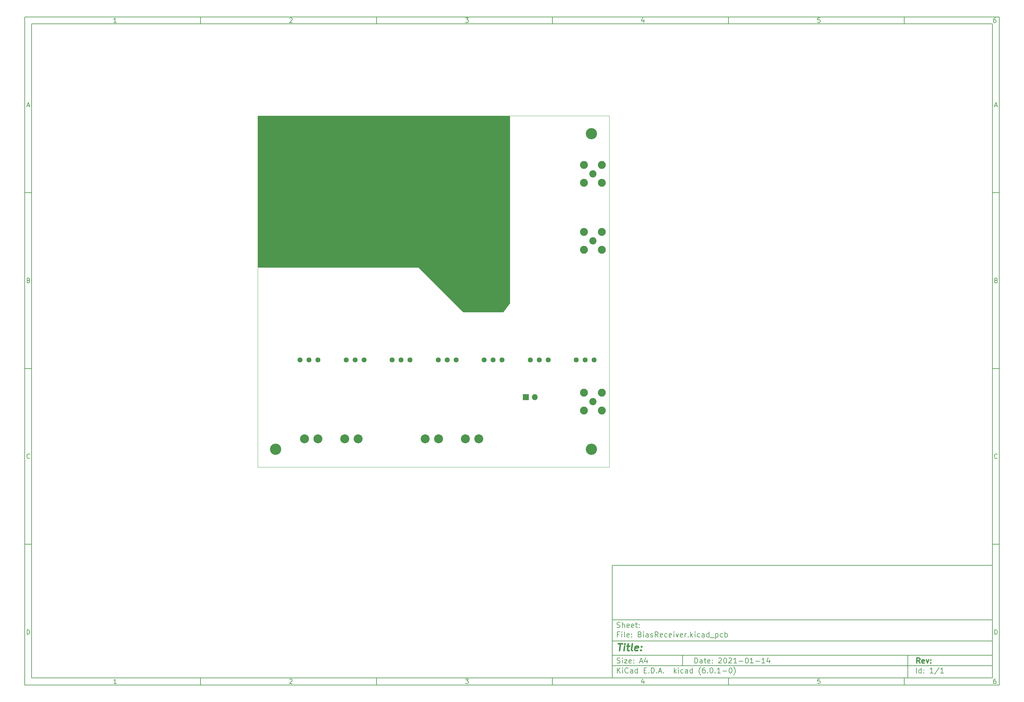
<source format=gbr>
G04 #@! TF.GenerationSoftware,KiCad,Pcbnew,(6.0.1-0)*
G04 #@! TF.CreationDate,2022-01-25T00:00:44-08:00*
G04 #@! TF.ProjectId,BiasReceiver,42696173-5265-4636-9569-7665722e6b69,rev?*
G04 #@! TF.SameCoordinates,Original*
G04 #@! TF.FileFunction,Soldermask,Bot*
G04 #@! TF.FilePolarity,Negative*
%FSLAX46Y46*%
G04 Gerber Fmt 4.6, Leading zero omitted, Abs format (unit mm)*
G04 Created by KiCad (PCBNEW (6.0.1-0)) date 2022-01-25 00:00:44*
%MOMM*%
%LPD*%
G01*
G04 APERTURE LIST*
%ADD10C,0.100000*%
%ADD11C,0.150000*%
%ADD12C,0.300000*%
%ADD13C,0.400000*%
G04 #@! TA.AperFunction,Profile*
%ADD14C,0.050000*%
G04 #@! TD*
%ADD15C,2.050000*%
%ADD16C,2.250000*%
%ADD17C,2.540000*%
%ADD18R,1.700000X1.700000*%
%ADD19O,1.700000X1.700000*%
%ADD20C,1.440000*%
%ADD21C,3.200000*%
%ADD22R,1.846667X3.480000*%
G04 APERTURE END LIST*
D10*
D11*
X177002200Y-166007200D02*
X177002200Y-198007200D01*
X285002200Y-198007200D01*
X285002200Y-166007200D01*
X177002200Y-166007200D01*
D10*
D11*
X10000000Y-10000000D02*
X10000000Y-200007200D01*
X287002200Y-200007200D01*
X287002200Y-10000000D01*
X10000000Y-10000000D01*
D10*
D11*
X12000000Y-12000000D02*
X12000000Y-198007200D01*
X285002200Y-198007200D01*
X285002200Y-12000000D01*
X12000000Y-12000000D01*
D10*
D11*
X60000000Y-12000000D02*
X60000000Y-10000000D01*
D10*
D11*
X110000000Y-12000000D02*
X110000000Y-10000000D01*
D10*
D11*
X160000000Y-12000000D02*
X160000000Y-10000000D01*
D10*
D11*
X210000000Y-12000000D02*
X210000000Y-10000000D01*
D10*
D11*
X260000000Y-12000000D02*
X260000000Y-10000000D01*
D10*
D11*
X36065476Y-11588095D02*
X35322619Y-11588095D01*
X35694047Y-11588095D02*
X35694047Y-10288095D01*
X35570238Y-10473809D01*
X35446428Y-10597619D01*
X35322619Y-10659523D01*
D10*
D11*
X85322619Y-10411904D02*
X85384523Y-10350000D01*
X85508333Y-10288095D01*
X85817857Y-10288095D01*
X85941666Y-10350000D01*
X86003571Y-10411904D01*
X86065476Y-10535714D01*
X86065476Y-10659523D01*
X86003571Y-10845238D01*
X85260714Y-11588095D01*
X86065476Y-11588095D01*
D10*
D11*
X135260714Y-10288095D02*
X136065476Y-10288095D01*
X135632142Y-10783333D01*
X135817857Y-10783333D01*
X135941666Y-10845238D01*
X136003571Y-10907142D01*
X136065476Y-11030952D01*
X136065476Y-11340476D01*
X136003571Y-11464285D01*
X135941666Y-11526190D01*
X135817857Y-11588095D01*
X135446428Y-11588095D01*
X135322619Y-11526190D01*
X135260714Y-11464285D01*
D10*
D11*
X185941666Y-10721428D02*
X185941666Y-11588095D01*
X185632142Y-10226190D02*
X185322619Y-11154761D01*
X186127380Y-11154761D01*
D10*
D11*
X236003571Y-10288095D02*
X235384523Y-10288095D01*
X235322619Y-10907142D01*
X235384523Y-10845238D01*
X235508333Y-10783333D01*
X235817857Y-10783333D01*
X235941666Y-10845238D01*
X236003571Y-10907142D01*
X236065476Y-11030952D01*
X236065476Y-11340476D01*
X236003571Y-11464285D01*
X235941666Y-11526190D01*
X235817857Y-11588095D01*
X235508333Y-11588095D01*
X235384523Y-11526190D01*
X235322619Y-11464285D01*
D10*
D11*
X285941666Y-10288095D02*
X285694047Y-10288095D01*
X285570238Y-10350000D01*
X285508333Y-10411904D01*
X285384523Y-10597619D01*
X285322619Y-10845238D01*
X285322619Y-11340476D01*
X285384523Y-11464285D01*
X285446428Y-11526190D01*
X285570238Y-11588095D01*
X285817857Y-11588095D01*
X285941666Y-11526190D01*
X286003571Y-11464285D01*
X286065476Y-11340476D01*
X286065476Y-11030952D01*
X286003571Y-10907142D01*
X285941666Y-10845238D01*
X285817857Y-10783333D01*
X285570238Y-10783333D01*
X285446428Y-10845238D01*
X285384523Y-10907142D01*
X285322619Y-11030952D01*
D10*
D11*
X60000000Y-198007200D02*
X60000000Y-200007200D01*
D10*
D11*
X110000000Y-198007200D02*
X110000000Y-200007200D01*
D10*
D11*
X160000000Y-198007200D02*
X160000000Y-200007200D01*
D10*
D11*
X210000000Y-198007200D02*
X210000000Y-200007200D01*
D10*
D11*
X260000000Y-198007200D02*
X260000000Y-200007200D01*
D10*
D11*
X36065476Y-199595295D02*
X35322619Y-199595295D01*
X35694047Y-199595295D02*
X35694047Y-198295295D01*
X35570238Y-198481009D01*
X35446428Y-198604819D01*
X35322619Y-198666723D01*
D10*
D11*
X85322619Y-198419104D02*
X85384523Y-198357200D01*
X85508333Y-198295295D01*
X85817857Y-198295295D01*
X85941666Y-198357200D01*
X86003571Y-198419104D01*
X86065476Y-198542914D01*
X86065476Y-198666723D01*
X86003571Y-198852438D01*
X85260714Y-199595295D01*
X86065476Y-199595295D01*
D10*
D11*
X135260714Y-198295295D02*
X136065476Y-198295295D01*
X135632142Y-198790533D01*
X135817857Y-198790533D01*
X135941666Y-198852438D01*
X136003571Y-198914342D01*
X136065476Y-199038152D01*
X136065476Y-199347676D01*
X136003571Y-199471485D01*
X135941666Y-199533390D01*
X135817857Y-199595295D01*
X135446428Y-199595295D01*
X135322619Y-199533390D01*
X135260714Y-199471485D01*
D10*
D11*
X185941666Y-198728628D02*
X185941666Y-199595295D01*
X185632142Y-198233390D02*
X185322619Y-199161961D01*
X186127380Y-199161961D01*
D10*
D11*
X236003571Y-198295295D02*
X235384523Y-198295295D01*
X235322619Y-198914342D01*
X235384523Y-198852438D01*
X235508333Y-198790533D01*
X235817857Y-198790533D01*
X235941666Y-198852438D01*
X236003571Y-198914342D01*
X236065476Y-199038152D01*
X236065476Y-199347676D01*
X236003571Y-199471485D01*
X235941666Y-199533390D01*
X235817857Y-199595295D01*
X235508333Y-199595295D01*
X235384523Y-199533390D01*
X235322619Y-199471485D01*
D10*
D11*
X285941666Y-198295295D02*
X285694047Y-198295295D01*
X285570238Y-198357200D01*
X285508333Y-198419104D01*
X285384523Y-198604819D01*
X285322619Y-198852438D01*
X285322619Y-199347676D01*
X285384523Y-199471485D01*
X285446428Y-199533390D01*
X285570238Y-199595295D01*
X285817857Y-199595295D01*
X285941666Y-199533390D01*
X286003571Y-199471485D01*
X286065476Y-199347676D01*
X286065476Y-199038152D01*
X286003571Y-198914342D01*
X285941666Y-198852438D01*
X285817857Y-198790533D01*
X285570238Y-198790533D01*
X285446428Y-198852438D01*
X285384523Y-198914342D01*
X285322619Y-199038152D01*
D10*
D11*
X10000000Y-60000000D02*
X12000000Y-60000000D01*
D10*
D11*
X10000000Y-110000000D02*
X12000000Y-110000000D01*
D10*
D11*
X10000000Y-160000000D02*
X12000000Y-160000000D01*
D10*
D11*
X10690476Y-35216666D02*
X11309523Y-35216666D01*
X10566666Y-35588095D02*
X11000000Y-34288095D01*
X11433333Y-35588095D01*
D10*
D11*
X11092857Y-84907142D02*
X11278571Y-84969047D01*
X11340476Y-85030952D01*
X11402380Y-85154761D01*
X11402380Y-85340476D01*
X11340476Y-85464285D01*
X11278571Y-85526190D01*
X11154761Y-85588095D01*
X10659523Y-85588095D01*
X10659523Y-84288095D01*
X11092857Y-84288095D01*
X11216666Y-84350000D01*
X11278571Y-84411904D01*
X11340476Y-84535714D01*
X11340476Y-84659523D01*
X11278571Y-84783333D01*
X11216666Y-84845238D01*
X11092857Y-84907142D01*
X10659523Y-84907142D01*
D10*
D11*
X11402380Y-135464285D02*
X11340476Y-135526190D01*
X11154761Y-135588095D01*
X11030952Y-135588095D01*
X10845238Y-135526190D01*
X10721428Y-135402380D01*
X10659523Y-135278571D01*
X10597619Y-135030952D01*
X10597619Y-134845238D01*
X10659523Y-134597619D01*
X10721428Y-134473809D01*
X10845238Y-134350000D01*
X11030952Y-134288095D01*
X11154761Y-134288095D01*
X11340476Y-134350000D01*
X11402380Y-134411904D01*
D10*
D11*
X10659523Y-185588095D02*
X10659523Y-184288095D01*
X10969047Y-184288095D01*
X11154761Y-184350000D01*
X11278571Y-184473809D01*
X11340476Y-184597619D01*
X11402380Y-184845238D01*
X11402380Y-185030952D01*
X11340476Y-185278571D01*
X11278571Y-185402380D01*
X11154761Y-185526190D01*
X10969047Y-185588095D01*
X10659523Y-185588095D01*
D10*
D11*
X287002200Y-60000000D02*
X285002200Y-60000000D01*
D10*
D11*
X287002200Y-110000000D02*
X285002200Y-110000000D01*
D10*
D11*
X287002200Y-160000000D02*
X285002200Y-160000000D01*
D10*
D11*
X285692676Y-35216666D02*
X286311723Y-35216666D01*
X285568866Y-35588095D02*
X286002200Y-34288095D01*
X286435533Y-35588095D01*
D10*
D11*
X286095057Y-84907142D02*
X286280771Y-84969047D01*
X286342676Y-85030952D01*
X286404580Y-85154761D01*
X286404580Y-85340476D01*
X286342676Y-85464285D01*
X286280771Y-85526190D01*
X286156961Y-85588095D01*
X285661723Y-85588095D01*
X285661723Y-84288095D01*
X286095057Y-84288095D01*
X286218866Y-84350000D01*
X286280771Y-84411904D01*
X286342676Y-84535714D01*
X286342676Y-84659523D01*
X286280771Y-84783333D01*
X286218866Y-84845238D01*
X286095057Y-84907142D01*
X285661723Y-84907142D01*
D10*
D11*
X286404580Y-135464285D02*
X286342676Y-135526190D01*
X286156961Y-135588095D01*
X286033152Y-135588095D01*
X285847438Y-135526190D01*
X285723628Y-135402380D01*
X285661723Y-135278571D01*
X285599819Y-135030952D01*
X285599819Y-134845238D01*
X285661723Y-134597619D01*
X285723628Y-134473809D01*
X285847438Y-134350000D01*
X286033152Y-134288095D01*
X286156961Y-134288095D01*
X286342676Y-134350000D01*
X286404580Y-134411904D01*
D10*
D11*
X285661723Y-185588095D02*
X285661723Y-184288095D01*
X285971247Y-184288095D01*
X286156961Y-184350000D01*
X286280771Y-184473809D01*
X286342676Y-184597619D01*
X286404580Y-184845238D01*
X286404580Y-185030952D01*
X286342676Y-185278571D01*
X286280771Y-185402380D01*
X286156961Y-185526190D01*
X285971247Y-185588095D01*
X285661723Y-185588095D01*
D10*
D11*
X200434342Y-193785771D02*
X200434342Y-192285771D01*
X200791485Y-192285771D01*
X201005771Y-192357200D01*
X201148628Y-192500057D01*
X201220057Y-192642914D01*
X201291485Y-192928628D01*
X201291485Y-193142914D01*
X201220057Y-193428628D01*
X201148628Y-193571485D01*
X201005771Y-193714342D01*
X200791485Y-193785771D01*
X200434342Y-193785771D01*
X202577200Y-193785771D02*
X202577200Y-193000057D01*
X202505771Y-192857200D01*
X202362914Y-192785771D01*
X202077200Y-192785771D01*
X201934342Y-192857200D01*
X202577200Y-193714342D02*
X202434342Y-193785771D01*
X202077200Y-193785771D01*
X201934342Y-193714342D01*
X201862914Y-193571485D01*
X201862914Y-193428628D01*
X201934342Y-193285771D01*
X202077200Y-193214342D01*
X202434342Y-193214342D01*
X202577200Y-193142914D01*
X203077200Y-192785771D02*
X203648628Y-192785771D01*
X203291485Y-192285771D02*
X203291485Y-193571485D01*
X203362914Y-193714342D01*
X203505771Y-193785771D01*
X203648628Y-193785771D01*
X204720057Y-193714342D02*
X204577200Y-193785771D01*
X204291485Y-193785771D01*
X204148628Y-193714342D01*
X204077200Y-193571485D01*
X204077200Y-193000057D01*
X204148628Y-192857200D01*
X204291485Y-192785771D01*
X204577200Y-192785771D01*
X204720057Y-192857200D01*
X204791485Y-193000057D01*
X204791485Y-193142914D01*
X204077200Y-193285771D01*
X205434342Y-193642914D02*
X205505771Y-193714342D01*
X205434342Y-193785771D01*
X205362914Y-193714342D01*
X205434342Y-193642914D01*
X205434342Y-193785771D01*
X205434342Y-192857200D02*
X205505771Y-192928628D01*
X205434342Y-193000057D01*
X205362914Y-192928628D01*
X205434342Y-192857200D01*
X205434342Y-193000057D01*
X207220057Y-192428628D02*
X207291485Y-192357200D01*
X207434342Y-192285771D01*
X207791485Y-192285771D01*
X207934342Y-192357200D01*
X208005771Y-192428628D01*
X208077200Y-192571485D01*
X208077200Y-192714342D01*
X208005771Y-192928628D01*
X207148628Y-193785771D01*
X208077200Y-193785771D01*
X209005771Y-192285771D02*
X209148628Y-192285771D01*
X209291485Y-192357200D01*
X209362914Y-192428628D01*
X209434342Y-192571485D01*
X209505771Y-192857200D01*
X209505771Y-193214342D01*
X209434342Y-193500057D01*
X209362914Y-193642914D01*
X209291485Y-193714342D01*
X209148628Y-193785771D01*
X209005771Y-193785771D01*
X208862914Y-193714342D01*
X208791485Y-193642914D01*
X208720057Y-193500057D01*
X208648628Y-193214342D01*
X208648628Y-192857200D01*
X208720057Y-192571485D01*
X208791485Y-192428628D01*
X208862914Y-192357200D01*
X209005771Y-192285771D01*
X210077200Y-192428628D02*
X210148628Y-192357200D01*
X210291485Y-192285771D01*
X210648628Y-192285771D01*
X210791485Y-192357200D01*
X210862914Y-192428628D01*
X210934342Y-192571485D01*
X210934342Y-192714342D01*
X210862914Y-192928628D01*
X210005771Y-193785771D01*
X210934342Y-193785771D01*
X212362914Y-193785771D02*
X211505771Y-193785771D01*
X211934342Y-193785771D02*
X211934342Y-192285771D01*
X211791485Y-192500057D01*
X211648628Y-192642914D01*
X211505771Y-192714342D01*
X213005771Y-193214342D02*
X214148628Y-193214342D01*
X215148628Y-192285771D02*
X215291485Y-192285771D01*
X215434342Y-192357200D01*
X215505771Y-192428628D01*
X215577200Y-192571485D01*
X215648628Y-192857200D01*
X215648628Y-193214342D01*
X215577200Y-193500057D01*
X215505771Y-193642914D01*
X215434342Y-193714342D01*
X215291485Y-193785771D01*
X215148628Y-193785771D01*
X215005771Y-193714342D01*
X214934342Y-193642914D01*
X214862914Y-193500057D01*
X214791485Y-193214342D01*
X214791485Y-192857200D01*
X214862914Y-192571485D01*
X214934342Y-192428628D01*
X215005771Y-192357200D01*
X215148628Y-192285771D01*
X217077200Y-193785771D02*
X216220057Y-193785771D01*
X216648628Y-193785771D02*
X216648628Y-192285771D01*
X216505771Y-192500057D01*
X216362914Y-192642914D01*
X216220057Y-192714342D01*
X217720057Y-193214342D02*
X218862914Y-193214342D01*
X220362914Y-193785771D02*
X219505771Y-193785771D01*
X219934342Y-193785771D02*
X219934342Y-192285771D01*
X219791485Y-192500057D01*
X219648628Y-192642914D01*
X219505771Y-192714342D01*
X221648628Y-192785771D02*
X221648628Y-193785771D01*
X221291485Y-192214342D02*
X220934342Y-193285771D01*
X221862914Y-193285771D01*
D10*
D11*
X177002200Y-194507200D02*
X285002200Y-194507200D01*
D10*
D11*
X178434342Y-196585771D02*
X178434342Y-195085771D01*
X179291485Y-196585771D02*
X178648628Y-195728628D01*
X179291485Y-195085771D02*
X178434342Y-195942914D01*
X179934342Y-196585771D02*
X179934342Y-195585771D01*
X179934342Y-195085771D02*
X179862914Y-195157200D01*
X179934342Y-195228628D01*
X180005771Y-195157200D01*
X179934342Y-195085771D01*
X179934342Y-195228628D01*
X181505771Y-196442914D02*
X181434342Y-196514342D01*
X181220057Y-196585771D01*
X181077200Y-196585771D01*
X180862914Y-196514342D01*
X180720057Y-196371485D01*
X180648628Y-196228628D01*
X180577200Y-195942914D01*
X180577200Y-195728628D01*
X180648628Y-195442914D01*
X180720057Y-195300057D01*
X180862914Y-195157200D01*
X181077200Y-195085771D01*
X181220057Y-195085771D01*
X181434342Y-195157200D01*
X181505771Y-195228628D01*
X182791485Y-196585771D02*
X182791485Y-195800057D01*
X182720057Y-195657200D01*
X182577200Y-195585771D01*
X182291485Y-195585771D01*
X182148628Y-195657200D01*
X182791485Y-196514342D02*
X182648628Y-196585771D01*
X182291485Y-196585771D01*
X182148628Y-196514342D01*
X182077200Y-196371485D01*
X182077200Y-196228628D01*
X182148628Y-196085771D01*
X182291485Y-196014342D01*
X182648628Y-196014342D01*
X182791485Y-195942914D01*
X184148628Y-196585771D02*
X184148628Y-195085771D01*
X184148628Y-196514342D02*
X184005771Y-196585771D01*
X183720057Y-196585771D01*
X183577200Y-196514342D01*
X183505771Y-196442914D01*
X183434342Y-196300057D01*
X183434342Y-195871485D01*
X183505771Y-195728628D01*
X183577200Y-195657200D01*
X183720057Y-195585771D01*
X184005771Y-195585771D01*
X184148628Y-195657200D01*
X186005771Y-195800057D02*
X186505771Y-195800057D01*
X186720057Y-196585771D02*
X186005771Y-196585771D01*
X186005771Y-195085771D01*
X186720057Y-195085771D01*
X187362914Y-196442914D02*
X187434342Y-196514342D01*
X187362914Y-196585771D01*
X187291485Y-196514342D01*
X187362914Y-196442914D01*
X187362914Y-196585771D01*
X188077200Y-196585771D02*
X188077200Y-195085771D01*
X188434342Y-195085771D01*
X188648628Y-195157200D01*
X188791485Y-195300057D01*
X188862914Y-195442914D01*
X188934342Y-195728628D01*
X188934342Y-195942914D01*
X188862914Y-196228628D01*
X188791485Y-196371485D01*
X188648628Y-196514342D01*
X188434342Y-196585771D01*
X188077200Y-196585771D01*
X189577200Y-196442914D02*
X189648628Y-196514342D01*
X189577200Y-196585771D01*
X189505771Y-196514342D01*
X189577200Y-196442914D01*
X189577200Y-196585771D01*
X190220057Y-196157200D02*
X190934342Y-196157200D01*
X190077200Y-196585771D02*
X190577200Y-195085771D01*
X191077200Y-196585771D01*
X191577200Y-196442914D02*
X191648628Y-196514342D01*
X191577200Y-196585771D01*
X191505771Y-196514342D01*
X191577200Y-196442914D01*
X191577200Y-196585771D01*
X194577200Y-196585771D02*
X194577200Y-195085771D01*
X194720057Y-196014342D02*
X195148628Y-196585771D01*
X195148628Y-195585771D02*
X194577200Y-196157200D01*
X195791485Y-196585771D02*
X195791485Y-195585771D01*
X195791485Y-195085771D02*
X195720057Y-195157200D01*
X195791485Y-195228628D01*
X195862914Y-195157200D01*
X195791485Y-195085771D01*
X195791485Y-195228628D01*
X197148628Y-196514342D02*
X197005771Y-196585771D01*
X196720057Y-196585771D01*
X196577200Y-196514342D01*
X196505771Y-196442914D01*
X196434342Y-196300057D01*
X196434342Y-195871485D01*
X196505771Y-195728628D01*
X196577200Y-195657200D01*
X196720057Y-195585771D01*
X197005771Y-195585771D01*
X197148628Y-195657200D01*
X198434342Y-196585771D02*
X198434342Y-195800057D01*
X198362914Y-195657200D01*
X198220057Y-195585771D01*
X197934342Y-195585771D01*
X197791485Y-195657200D01*
X198434342Y-196514342D02*
X198291485Y-196585771D01*
X197934342Y-196585771D01*
X197791485Y-196514342D01*
X197720057Y-196371485D01*
X197720057Y-196228628D01*
X197791485Y-196085771D01*
X197934342Y-196014342D01*
X198291485Y-196014342D01*
X198434342Y-195942914D01*
X199791485Y-196585771D02*
X199791485Y-195085771D01*
X199791485Y-196514342D02*
X199648628Y-196585771D01*
X199362914Y-196585771D01*
X199220057Y-196514342D01*
X199148628Y-196442914D01*
X199077200Y-196300057D01*
X199077200Y-195871485D01*
X199148628Y-195728628D01*
X199220057Y-195657200D01*
X199362914Y-195585771D01*
X199648628Y-195585771D01*
X199791485Y-195657200D01*
X202077200Y-197157200D02*
X202005771Y-197085771D01*
X201862914Y-196871485D01*
X201791485Y-196728628D01*
X201720057Y-196514342D01*
X201648628Y-196157200D01*
X201648628Y-195871485D01*
X201720057Y-195514342D01*
X201791485Y-195300057D01*
X201862914Y-195157200D01*
X202005771Y-194942914D01*
X202077200Y-194871485D01*
X203291485Y-195085771D02*
X203005771Y-195085771D01*
X202862914Y-195157200D01*
X202791485Y-195228628D01*
X202648628Y-195442914D01*
X202577200Y-195728628D01*
X202577200Y-196300057D01*
X202648628Y-196442914D01*
X202720057Y-196514342D01*
X202862914Y-196585771D01*
X203148628Y-196585771D01*
X203291485Y-196514342D01*
X203362914Y-196442914D01*
X203434342Y-196300057D01*
X203434342Y-195942914D01*
X203362914Y-195800057D01*
X203291485Y-195728628D01*
X203148628Y-195657200D01*
X202862914Y-195657200D01*
X202720057Y-195728628D01*
X202648628Y-195800057D01*
X202577200Y-195942914D01*
X204077200Y-196442914D02*
X204148628Y-196514342D01*
X204077200Y-196585771D01*
X204005771Y-196514342D01*
X204077200Y-196442914D01*
X204077200Y-196585771D01*
X205077200Y-195085771D02*
X205220057Y-195085771D01*
X205362914Y-195157200D01*
X205434342Y-195228628D01*
X205505771Y-195371485D01*
X205577200Y-195657200D01*
X205577200Y-196014342D01*
X205505771Y-196300057D01*
X205434342Y-196442914D01*
X205362914Y-196514342D01*
X205220057Y-196585771D01*
X205077200Y-196585771D01*
X204934342Y-196514342D01*
X204862914Y-196442914D01*
X204791485Y-196300057D01*
X204720057Y-196014342D01*
X204720057Y-195657200D01*
X204791485Y-195371485D01*
X204862914Y-195228628D01*
X204934342Y-195157200D01*
X205077200Y-195085771D01*
X206220057Y-196442914D02*
X206291485Y-196514342D01*
X206220057Y-196585771D01*
X206148628Y-196514342D01*
X206220057Y-196442914D01*
X206220057Y-196585771D01*
X207720057Y-196585771D02*
X206862914Y-196585771D01*
X207291485Y-196585771D02*
X207291485Y-195085771D01*
X207148628Y-195300057D01*
X207005771Y-195442914D01*
X206862914Y-195514342D01*
X208362914Y-196014342D02*
X209505771Y-196014342D01*
X210505771Y-195085771D02*
X210648628Y-195085771D01*
X210791485Y-195157200D01*
X210862914Y-195228628D01*
X210934342Y-195371485D01*
X211005771Y-195657200D01*
X211005771Y-196014342D01*
X210934342Y-196300057D01*
X210862914Y-196442914D01*
X210791485Y-196514342D01*
X210648628Y-196585771D01*
X210505771Y-196585771D01*
X210362914Y-196514342D01*
X210291485Y-196442914D01*
X210220057Y-196300057D01*
X210148628Y-196014342D01*
X210148628Y-195657200D01*
X210220057Y-195371485D01*
X210291485Y-195228628D01*
X210362914Y-195157200D01*
X210505771Y-195085771D01*
X211505771Y-197157200D02*
X211577200Y-197085771D01*
X211720057Y-196871485D01*
X211791485Y-196728628D01*
X211862914Y-196514342D01*
X211934342Y-196157200D01*
X211934342Y-195871485D01*
X211862914Y-195514342D01*
X211791485Y-195300057D01*
X211720057Y-195157200D01*
X211577200Y-194942914D01*
X211505771Y-194871485D01*
D10*
D11*
X177002200Y-191507200D02*
X285002200Y-191507200D01*
D10*
D12*
X264411485Y-193785771D02*
X263911485Y-193071485D01*
X263554342Y-193785771D02*
X263554342Y-192285771D01*
X264125771Y-192285771D01*
X264268628Y-192357200D01*
X264340057Y-192428628D01*
X264411485Y-192571485D01*
X264411485Y-192785771D01*
X264340057Y-192928628D01*
X264268628Y-193000057D01*
X264125771Y-193071485D01*
X263554342Y-193071485D01*
X265625771Y-193714342D02*
X265482914Y-193785771D01*
X265197200Y-193785771D01*
X265054342Y-193714342D01*
X264982914Y-193571485D01*
X264982914Y-193000057D01*
X265054342Y-192857200D01*
X265197200Y-192785771D01*
X265482914Y-192785771D01*
X265625771Y-192857200D01*
X265697200Y-193000057D01*
X265697200Y-193142914D01*
X264982914Y-193285771D01*
X266197200Y-192785771D02*
X266554342Y-193785771D01*
X266911485Y-192785771D01*
X267482914Y-193642914D02*
X267554342Y-193714342D01*
X267482914Y-193785771D01*
X267411485Y-193714342D01*
X267482914Y-193642914D01*
X267482914Y-193785771D01*
X267482914Y-192857200D02*
X267554342Y-192928628D01*
X267482914Y-193000057D01*
X267411485Y-192928628D01*
X267482914Y-192857200D01*
X267482914Y-193000057D01*
D10*
D11*
X178362914Y-193714342D02*
X178577200Y-193785771D01*
X178934342Y-193785771D01*
X179077200Y-193714342D01*
X179148628Y-193642914D01*
X179220057Y-193500057D01*
X179220057Y-193357200D01*
X179148628Y-193214342D01*
X179077200Y-193142914D01*
X178934342Y-193071485D01*
X178648628Y-193000057D01*
X178505771Y-192928628D01*
X178434342Y-192857200D01*
X178362914Y-192714342D01*
X178362914Y-192571485D01*
X178434342Y-192428628D01*
X178505771Y-192357200D01*
X178648628Y-192285771D01*
X179005771Y-192285771D01*
X179220057Y-192357200D01*
X179862914Y-193785771D02*
X179862914Y-192785771D01*
X179862914Y-192285771D02*
X179791485Y-192357200D01*
X179862914Y-192428628D01*
X179934342Y-192357200D01*
X179862914Y-192285771D01*
X179862914Y-192428628D01*
X180434342Y-192785771D02*
X181220057Y-192785771D01*
X180434342Y-193785771D01*
X181220057Y-193785771D01*
X182362914Y-193714342D02*
X182220057Y-193785771D01*
X181934342Y-193785771D01*
X181791485Y-193714342D01*
X181720057Y-193571485D01*
X181720057Y-193000057D01*
X181791485Y-192857200D01*
X181934342Y-192785771D01*
X182220057Y-192785771D01*
X182362914Y-192857200D01*
X182434342Y-193000057D01*
X182434342Y-193142914D01*
X181720057Y-193285771D01*
X183077200Y-193642914D02*
X183148628Y-193714342D01*
X183077200Y-193785771D01*
X183005771Y-193714342D01*
X183077200Y-193642914D01*
X183077200Y-193785771D01*
X183077200Y-192857200D02*
X183148628Y-192928628D01*
X183077200Y-193000057D01*
X183005771Y-192928628D01*
X183077200Y-192857200D01*
X183077200Y-193000057D01*
X184862914Y-193357200D02*
X185577200Y-193357200D01*
X184720057Y-193785771D02*
X185220057Y-192285771D01*
X185720057Y-193785771D01*
X186862914Y-192785771D02*
X186862914Y-193785771D01*
X186505771Y-192214342D02*
X186148628Y-193285771D01*
X187077200Y-193285771D01*
D10*
D11*
X263434342Y-196585771D02*
X263434342Y-195085771D01*
X264791485Y-196585771D02*
X264791485Y-195085771D01*
X264791485Y-196514342D02*
X264648628Y-196585771D01*
X264362914Y-196585771D01*
X264220057Y-196514342D01*
X264148628Y-196442914D01*
X264077200Y-196300057D01*
X264077200Y-195871485D01*
X264148628Y-195728628D01*
X264220057Y-195657200D01*
X264362914Y-195585771D01*
X264648628Y-195585771D01*
X264791485Y-195657200D01*
X265505771Y-196442914D02*
X265577200Y-196514342D01*
X265505771Y-196585771D01*
X265434342Y-196514342D01*
X265505771Y-196442914D01*
X265505771Y-196585771D01*
X265505771Y-195657200D02*
X265577200Y-195728628D01*
X265505771Y-195800057D01*
X265434342Y-195728628D01*
X265505771Y-195657200D01*
X265505771Y-195800057D01*
X268148628Y-196585771D02*
X267291485Y-196585771D01*
X267720057Y-196585771D02*
X267720057Y-195085771D01*
X267577200Y-195300057D01*
X267434342Y-195442914D01*
X267291485Y-195514342D01*
X269862914Y-195014342D02*
X268577200Y-196942914D01*
X271148628Y-196585771D02*
X270291485Y-196585771D01*
X270720057Y-196585771D02*
X270720057Y-195085771D01*
X270577200Y-195300057D01*
X270434342Y-195442914D01*
X270291485Y-195514342D01*
D10*
D11*
X177002200Y-187507200D02*
X285002200Y-187507200D01*
D10*
D13*
X178714580Y-188211961D02*
X179857438Y-188211961D01*
X179036009Y-190211961D02*
X179286009Y-188211961D01*
X180274104Y-190211961D02*
X180440771Y-188878628D01*
X180524104Y-188211961D02*
X180416961Y-188307200D01*
X180500295Y-188402438D01*
X180607438Y-188307200D01*
X180524104Y-188211961D01*
X180500295Y-188402438D01*
X181107438Y-188878628D02*
X181869342Y-188878628D01*
X181476485Y-188211961D02*
X181262200Y-189926247D01*
X181333628Y-190116723D01*
X181512200Y-190211961D01*
X181702676Y-190211961D01*
X182655057Y-190211961D02*
X182476485Y-190116723D01*
X182405057Y-189926247D01*
X182619342Y-188211961D01*
X184190771Y-190116723D02*
X183988390Y-190211961D01*
X183607438Y-190211961D01*
X183428866Y-190116723D01*
X183357438Y-189926247D01*
X183452676Y-189164342D01*
X183571723Y-188973866D01*
X183774104Y-188878628D01*
X184155057Y-188878628D01*
X184333628Y-188973866D01*
X184405057Y-189164342D01*
X184381247Y-189354819D01*
X183405057Y-189545295D01*
X185155057Y-190021485D02*
X185238390Y-190116723D01*
X185131247Y-190211961D01*
X185047914Y-190116723D01*
X185155057Y-190021485D01*
X185131247Y-190211961D01*
X185286009Y-188973866D02*
X185369342Y-189069104D01*
X185262200Y-189164342D01*
X185178866Y-189069104D01*
X185286009Y-188973866D01*
X185262200Y-189164342D01*
D10*
D11*
X178934342Y-185600057D02*
X178434342Y-185600057D01*
X178434342Y-186385771D02*
X178434342Y-184885771D01*
X179148628Y-184885771D01*
X179720057Y-186385771D02*
X179720057Y-185385771D01*
X179720057Y-184885771D02*
X179648628Y-184957200D01*
X179720057Y-185028628D01*
X179791485Y-184957200D01*
X179720057Y-184885771D01*
X179720057Y-185028628D01*
X180648628Y-186385771D02*
X180505771Y-186314342D01*
X180434342Y-186171485D01*
X180434342Y-184885771D01*
X181791485Y-186314342D02*
X181648628Y-186385771D01*
X181362914Y-186385771D01*
X181220057Y-186314342D01*
X181148628Y-186171485D01*
X181148628Y-185600057D01*
X181220057Y-185457200D01*
X181362914Y-185385771D01*
X181648628Y-185385771D01*
X181791485Y-185457200D01*
X181862914Y-185600057D01*
X181862914Y-185742914D01*
X181148628Y-185885771D01*
X182505771Y-186242914D02*
X182577200Y-186314342D01*
X182505771Y-186385771D01*
X182434342Y-186314342D01*
X182505771Y-186242914D01*
X182505771Y-186385771D01*
X182505771Y-185457200D02*
X182577200Y-185528628D01*
X182505771Y-185600057D01*
X182434342Y-185528628D01*
X182505771Y-185457200D01*
X182505771Y-185600057D01*
X184862914Y-185600057D02*
X185077200Y-185671485D01*
X185148628Y-185742914D01*
X185220057Y-185885771D01*
X185220057Y-186100057D01*
X185148628Y-186242914D01*
X185077200Y-186314342D01*
X184934342Y-186385771D01*
X184362914Y-186385771D01*
X184362914Y-184885771D01*
X184862914Y-184885771D01*
X185005771Y-184957200D01*
X185077200Y-185028628D01*
X185148628Y-185171485D01*
X185148628Y-185314342D01*
X185077200Y-185457200D01*
X185005771Y-185528628D01*
X184862914Y-185600057D01*
X184362914Y-185600057D01*
X185862914Y-186385771D02*
X185862914Y-185385771D01*
X185862914Y-184885771D02*
X185791485Y-184957200D01*
X185862914Y-185028628D01*
X185934342Y-184957200D01*
X185862914Y-184885771D01*
X185862914Y-185028628D01*
X187220057Y-186385771D02*
X187220057Y-185600057D01*
X187148628Y-185457200D01*
X187005771Y-185385771D01*
X186720057Y-185385771D01*
X186577200Y-185457200D01*
X187220057Y-186314342D02*
X187077200Y-186385771D01*
X186720057Y-186385771D01*
X186577200Y-186314342D01*
X186505771Y-186171485D01*
X186505771Y-186028628D01*
X186577200Y-185885771D01*
X186720057Y-185814342D01*
X187077200Y-185814342D01*
X187220057Y-185742914D01*
X187862914Y-186314342D02*
X188005771Y-186385771D01*
X188291485Y-186385771D01*
X188434342Y-186314342D01*
X188505771Y-186171485D01*
X188505771Y-186100057D01*
X188434342Y-185957200D01*
X188291485Y-185885771D01*
X188077200Y-185885771D01*
X187934342Y-185814342D01*
X187862914Y-185671485D01*
X187862914Y-185600057D01*
X187934342Y-185457200D01*
X188077200Y-185385771D01*
X188291485Y-185385771D01*
X188434342Y-185457200D01*
X190005771Y-186385771D02*
X189505771Y-185671485D01*
X189148628Y-186385771D02*
X189148628Y-184885771D01*
X189720057Y-184885771D01*
X189862914Y-184957200D01*
X189934342Y-185028628D01*
X190005771Y-185171485D01*
X190005771Y-185385771D01*
X189934342Y-185528628D01*
X189862914Y-185600057D01*
X189720057Y-185671485D01*
X189148628Y-185671485D01*
X191220057Y-186314342D02*
X191077200Y-186385771D01*
X190791485Y-186385771D01*
X190648628Y-186314342D01*
X190577200Y-186171485D01*
X190577200Y-185600057D01*
X190648628Y-185457200D01*
X190791485Y-185385771D01*
X191077200Y-185385771D01*
X191220057Y-185457200D01*
X191291485Y-185600057D01*
X191291485Y-185742914D01*
X190577200Y-185885771D01*
X192577200Y-186314342D02*
X192434342Y-186385771D01*
X192148628Y-186385771D01*
X192005771Y-186314342D01*
X191934342Y-186242914D01*
X191862914Y-186100057D01*
X191862914Y-185671485D01*
X191934342Y-185528628D01*
X192005771Y-185457200D01*
X192148628Y-185385771D01*
X192434342Y-185385771D01*
X192577200Y-185457200D01*
X193791485Y-186314342D02*
X193648628Y-186385771D01*
X193362914Y-186385771D01*
X193220057Y-186314342D01*
X193148628Y-186171485D01*
X193148628Y-185600057D01*
X193220057Y-185457200D01*
X193362914Y-185385771D01*
X193648628Y-185385771D01*
X193791485Y-185457200D01*
X193862914Y-185600057D01*
X193862914Y-185742914D01*
X193148628Y-185885771D01*
X194505771Y-186385771D02*
X194505771Y-185385771D01*
X194505771Y-184885771D02*
X194434342Y-184957200D01*
X194505771Y-185028628D01*
X194577200Y-184957200D01*
X194505771Y-184885771D01*
X194505771Y-185028628D01*
X195077200Y-185385771D02*
X195434342Y-186385771D01*
X195791485Y-185385771D01*
X196934342Y-186314342D02*
X196791485Y-186385771D01*
X196505771Y-186385771D01*
X196362914Y-186314342D01*
X196291485Y-186171485D01*
X196291485Y-185600057D01*
X196362914Y-185457200D01*
X196505771Y-185385771D01*
X196791485Y-185385771D01*
X196934342Y-185457200D01*
X197005771Y-185600057D01*
X197005771Y-185742914D01*
X196291485Y-185885771D01*
X197648628Y-186385771D02*
X197648628Y-185385771D01*
X197648628Y-185671485D02*
X197720057Y-185528628D01*
X197791485Y-185457200D01*
X197934342Y-185385771D01*
X198077200Y-185385771D01*
X198577200Y-186242914D02*
X198648628Y-186314342D01*
X198577200Y-186385771D01*
X198505771Y-186314342D01*
X198577200Y-186242914D01*
X198577200Y-186385771D01*
X199291485Y-186385771D02*
X199291485Y-184885771D01*
X199434342Y-185814342D02*
X199862914Y-186385771D01*
X199862914Y-185385771D02*
X199291485Y-185957200D01*
X200505771Y-186385771D02*
X200505771Y-185385771D01*
X200505771Y-184885771D02*
X200434342Y-184957200D01*
X200505771Y-185028628D01*
X200577200Y-184957200D01*
X200505771Y-184885771D01*
X200505771Y-185028628D01*
X201862914Y-186314342D02*
X201720057Y-186385771D01*
X201434342Y-186385771D01*
X201291485Y-186314342D01*
X201220057Y-186242914D01*
X201148628Y-186100057D01*
X201148628Y-185671485D01*
X201220057Y-185528628D01*
X201291485Y-185457200D01*
X201434342Y-185385771D01*
X201720057Y-185385771D01*
X201862914Y-185457200D01*
X203148628Y-186385771D02*
X203148628Y-185600057D01*
X203077200Y-185457200D01*
X202934342Y-185385771D01*
X202648628Y-185385771D01*
X202505771Y-185457200D01*
X203148628Y-186314342D02*
X203005771Y-186385771D01*
X202648628Y-186385771D01*
X202505771Y-186314342D01*
X202434342Y-186171485D01*
X202434342Y-186028628D01*
X202505771Y-185885771D01*
X202648628Y-185814342D01*
X203005771Y-185814342D01*
X203148628Y-185742914D01*
X204505771Y-186385771D02*
X204505771Y-184885771D01*
X204505771Y-186314342D02*
X204362914Y-186385771D01*
X204077200Y-186385771D01*
X203934342Y-186314342D01*
X203862914Y-186242914D01*
X203791485Y-186100057D01*
X203791485Y-185671485D01*
X203862914Y-185528628D01*
X203934342Y-185457200D01*
X204077200Y-185385771D01*
X204362914Y-185385771D01*
X204505771Y-185457200D01*
X204862914Y-186528628D02*
X206005771Y-186528628D01*
X206362914Y-185385771D02*
X206362914Y-186885771D01*
X206362914Y-185457200D02*
X206505771Y-185385771D01*
X206791485Y-185385771D01*
X206934342Y-185457200D01*
X207005771Y-185528628D01*
X207077200Y-185671485D01*
X207077200Y-186100057D01*
X207005771Y-186242914D01*
X206934342Y-186314342D01*
X206791485Y-186385771D01*
X206505771Y-186385771D01*
X206362914Y-186314342D01*
X208362914Y-186314342D02*
X208220057Y-186385771D01*
X207934342Y-186385771D01*
X207791485Y-186314342D01*
X207720057Y-186242914D01*
X207648628Y-186100057D01*
X207648628Y-185671485D01*
X207720057Y-185528628D01*
X207791485Y-185457200D01*
X207934342Y-185385771D01*
X208220057Y-185385771D01*
X208362914Y-185457200D01*
X209005771Y-186385771D02*
X209005771Y-184885771D01*
X209005771Y-185457200D02*
X209148628Y-185385771D01*
X209434342Y-185385771D01*
X209577200Y-185457200D01*
X209648628Y-185528628D01*
X209720057Y-185671485D01*
X209720057Y-186100057D01*
X209648628Y-186242914D01*
X209577200Y-186314342D01*
X209434342Y-186385771D01*
X209148628Y-186385771D01*
X209005771Y-186314342D01*
D10*
D11*
X177002200Y-181507200D02*
X285002200Y-181507200D01*
D10*
D11*
X178362914Y-183614342D02*
X178577200Y-183685771D01*
X178934342Y-183685771D01*
X179077200Y-183614342D01*
X179148628Y-183542914D01*
X179220057Y-183400057D01*
X179220057Y-183257200D01*
X179148628Y-183114342D01*
X179077200Y-183042914D01*
X178934342Y-182971485D01*
X178648628Y-182900057D01*
X178505771Y-182828628D01*
X178434342Y-182757200D01*
X178362914Y-182614342D01*
X178362914Y-182471485D01*
X178434342Y-182328628D01*
X178505771Y-182257200D01*
X178648628Y-182185771D01*
X179005771Y-182185771D01*
X179220057Y-182257200D01*
X179862914Y-183685771D02*
X179862914Y-182185771D01*
X180505771Y-183685771D02*
X180505771Y-182900057D01*
X180434342Y-182757200D01*
X180291485Y-182685771D01*
X180077200Y-182685771D01*
X179934342Y-182757200D01*
X179862914Y-182828628D01*
X181791485Y-183614342D02*
X181648628Y-183685771D01*
X181362914Y-183685771D01*
X181220057Y-183614342D01*
X181148628Y-183471485D01*
X181148628Y-182900057D01*
X181220057Y-182757200D01*
X181362914Y-182685771D01*
X181648628Y-182685771D01*
X181791485Y-182757200D01*
X181862914Y-182900057D01*
X181862914Y-183042914D01*
X181148628Y-183185771D01*
X183077200Y-183614342D02*
X182934342Y-183685771D01*
X182648628Y-183685771D01*
X182505771Y-183614342D01*
X182434342Y-183471485D01*
X182434342Y-182900057D01*
X182505771Y-182757200D01*
X182648628Y-182685771D01*
X182934342Y-182685771D01*
X183077200Y-182757200D01*
X183148628Y-182900057D01*
X183148628Y-183042914D01*
X182434342Y-183185771D01*
X183577200Y-182685771D02*
X184148628Y-182685771D01*
X183791485Y-182185771D02*
X183791485Y-183471485D01*
X183862914Y-183614342D01*
X184005771Y-183685771D01*
X184148628Y-183685771D01*
X184648628Y-183542914D02*
X184720057Y-183614342D01*
X184648628Y-183685771D01*
X184577200Y-183614342D01*
X184648628Y-183542914D01*
X184648628Y-183685771D01*
X184648628Y-182757200D02*
X184720057Y-182828628D01*
X184648628Y-182900057D01*
X184577200Y-182828628D01*
X184648628Y-182757200D01*
X184648628Y-182900057D01*
D10*
D12*
D10*
D11*
D10*
D11*
D10*
D11*
D10*
D11*
D10*
D11*
X197002200Y-191507200D02*
X197002200Y-194507200D01*
D10*
D11*
X261002200Y-191507200D02*
X261002200Y-198007200D01*
D14*
X76200000Y-38100000D02*
X176149000Y-38100000D01*
X176149000Y-38100000D02*
X176149000Y-138049000D01*
X176149000Y-138049000D02*
X76200000Y-138049000D01*
X76200000Y-138049000D02*
X76200000Y-38100000D01*
D15*
G04 #@! TO.C,P1*
X171450000Y-73660000D03*
D16*
X173990000Y-71120000D03*
X168910000Y-76200000D03*
X168910000Y-71120000D03*
X173990000Y-76200000D03*
G04 #@! TD*
D15*
G04 #@! TO.C,J11*
X171450000Y-119380000D03*
D16*
X173990000Y-116840000D03*
X173990000Y-121920000D03*
X168910000Y-116840000D03*
X168910000Y-121920000D03*
G04 #@! TD*
D17*
G04 #@! TO.C,J3*
X89535000Y-129971800D03*
X93345000Y-129971800D03*
G04 #@! TD*
D18*
G04 #@! TO.C,J12*
X141478000Y-84577000D03*
D19*
X141478000Y-87117000D03*
G04 #@! TD*
D20*
G04 #@! TO.C,RV3*
X93345000Y-107569000D03*
X90805000Y-107569000D03*
X88265000Y-107569000D03*
G04 #@! TD*
D21*
G04 #@! TO.C,H4*
X171069000Y-132969000D03*
G04 #@! TD*
D20*
G04 #@! TO.C,RV5*
X119507000Y-107569000D03*
X116967000Y-107569000D03*
X114427000Y-107569000D03*
G04 #@! TD*
G04 #@! TO.C,RV4*
X106426000Y-107569000D03*
X103886000Y-107569000D03*
X101346000Y-107569000D03*
G04 #@! TD*
D18*
G04 #@! TO.C,J8*
X141478000Y-68702000D03*
D19*
X141478000Y-71242000D03*
G04 #@! TD*
D17*
G04 #@! TO.C,J7*
X123825000Y-129971800D03*
X127635000Y-129971800D03*
G04 #@! TD*
G04 #@! TO.C,J10*
X135255000Y-129971800D03*
X139065000Y-129971800D03*
G04 #@! TD*
D21*
G04 #@! TO.C,H3*
X81280000Y-132969000D03*
G04 #@! TD*
D18*
G04 #@! TO.C,J2*
X91313000Y-50800000D03*
D19*
X91313000Y-48260000D03*
X93853000Y-50800000D03*
X93853000Y-48260000D03*
X96393000Y-50800000D03*
X96393000Y-48260000D03*
X98933000Y-50800000D03*
X98933000Y-48260000D03*
X101473000Y-50800000D03*
X101473000Y-48260000D03*
X104013000Y-50800000D03*
X104013000Y-48260000D03*
X106553000Y-50800000D03*
X106553000Y-48260000D03*
X109093000Y-50800000D03*
X109093000Y-48260000D03*
X111633000Y-50800000D03*
X111633000Y-48260000D03*
X114173000Y-50800000D03*
X114173000Y-48260000D03*
X116713000Y-50800000D03*
X116713000Y-48260000D03*
X119253000Y-50800000D03*
X119253000Y-48260000D03*
X121793000Y-50800000D03*
X121793000Y-48260000D03*
X124333000Y-50800000D03*
X124333000Y-48260000D03*
X126873000Y-50800000D03*
X126873000Y-48260000D03*
X129413000Y-50800000D03*
X129413000Y-48260000D03*
G04 #@! TD*
D18*
G04 #@! TO.C,J4*
X91313000Y-60960000D03*
D19*
X91313000Y-58420000D03*
X93853000Y-60960000D03*
X93853000Y-58420000D03*
X96393000Y-60960000D03*
X96393000Y-58420000D03*
X98933000Y-60960000D03*
X98933000Y-58420000D03*
X101473000Y-60960000D03*
X101473000Y-58420000D03*
X104013000Y-60960000D03*
X104013000Y-58420000D03*
X106553000Y-60960000D03*
X106553000Y-58420000D03*
X109093000Y-60960000D03*
X109093000Y-58420000D03*
X111633000Y-60960000D03*
X111633000Y-58420000D03*
X114173000Y-60960000D03*
X114173000Y-58420000D03*
X116713000Y-60960000D03*
X116713000Y-58420000D03*
X119253000Y-60960000D03*
X119253000Y-58420000D03*
X121793000Y-60960000D03*
X121793000Y-58420000D03*
X124333000Y-60960000D03*
X124333000Y-58420000D03*
X126873000Y-60960000D03*
X126873000Y-58420000D03*
X129413000Y-60960000D03*
X129413000Y-58420000D03*
G04 #@! TD*
D21*
G04 #@! TO.C,H2*
X171069000Y-43180000D03*
G04 #@! TD*
D20*
G04 #@! TO.C,RV1*
X142240000Y-49530000D03*
X139700000Y-49530000D03*
X137160000Y-49530000D03*
G04 #@! TD*
G04 #@! TO.C,RV7*
X158750000Y-107569000D03*
X156210000Y-107569000D03*
X153670000Y-107569000D03*
G04 #@! TD*
G04 #@! TO.C,RV9*
X145669000Y-107569000D03*
X143129000Y-107569000D03*
X140589000Y-107569000D03*
G04 #@! TD*
D15*
G04 #@! TO.C,J5*
X171450000Y-54610000D03*
D16*
X168910000Y-52070000D03*
X168910000Y-57150000D03*
X173990000Y-57150000D03*
X173990000Y-52070000D03*
G04 #@! TD*
D20*
G04 #@! TO.C,RV6*
X132588000Y-107569000D03*
X130048000Y-107569000D03*
X127508000Y-107569000D03*
G04 #@! TD*
D22*
G04 #@! TO.C,J1*
X92715000Y-40132000D03*
X95485000Y-40132000D03*
X98255000Y-40132000D03*
X101025000Y-40132000D03*
X103795000Y-40132000D03*
X106565000Y-40132000D03*
X109335000Y-40132000D03*
X112105000Y-40132000D03*
X114875000Y-40132000D03*
X117645000Y-40132000D03*
X120415000Y-40132000D03*
X123185000Y-40132000D03*
G04 #@! TD*
D20*
G04 #@! TO.C,RV8*
X171831000Y-107569000D03*
X169291000Y-107569000D03*
X166751000Y-107569000D03*
G04 #@! TD*
D17*
G04 #@! TO.C,J6*
X100965000Y-129971800D03*
X104775000Y-129971800D03*
G04 #@! TD*
D20*
G04 #@! TO.C,RV2*
X142240000Y-59690000D03*
X139700000Y-59690000D03*
X137160000Y-59690000D03*
G04 #@! TD*
D18*
G04 #@! TO.C,J9*
X152395000Y-118110000D03*
D19*
X154935000Y-118110000D03*
G04 #@! TD*
D21*
G04 #@! TO.C,H1*
X81280000Y-43180000D03*
G04 #@! TD*
G36*
X147798819Y-38119258D02*
G01*
X147880898Y-38174102D01*
X147935742Y-38256181D01*
X147955000Y-38353000D01*
X147955000Y-91355667D01*
X147935742Y-91452486D01*
X147904400Y-91507467D01*
X146125900Y-93878800D01*
X146052402Y-93944700D01*
X145959280Y-93977457D01*
X145923500Y-93980000D01*
X134724796Y-93980000D01*
X134627977Y-93960742D01*
X134545898Y-93905898D01*
X121937619Y-81297619D01*
X121918104Y-81284579D01*
X121895082Y-81280000D01*
X76453000Y-81280000D01*
X76356181Y-81260742D01*
X76274102Y-81205898D01*
X76219258Y-81123819D01*
X76200000Y-81027000D01*
X76200000Y-38353000D01*
X76219258Y-38256181D01*
X76274102Y-38174102D01*
X76356181Y-38119258D01*
X76453000Y-38100000D01*
X147702000Y-38100000D01*
X147798819Y-38119258D01*
G37*
M02*

</source>
